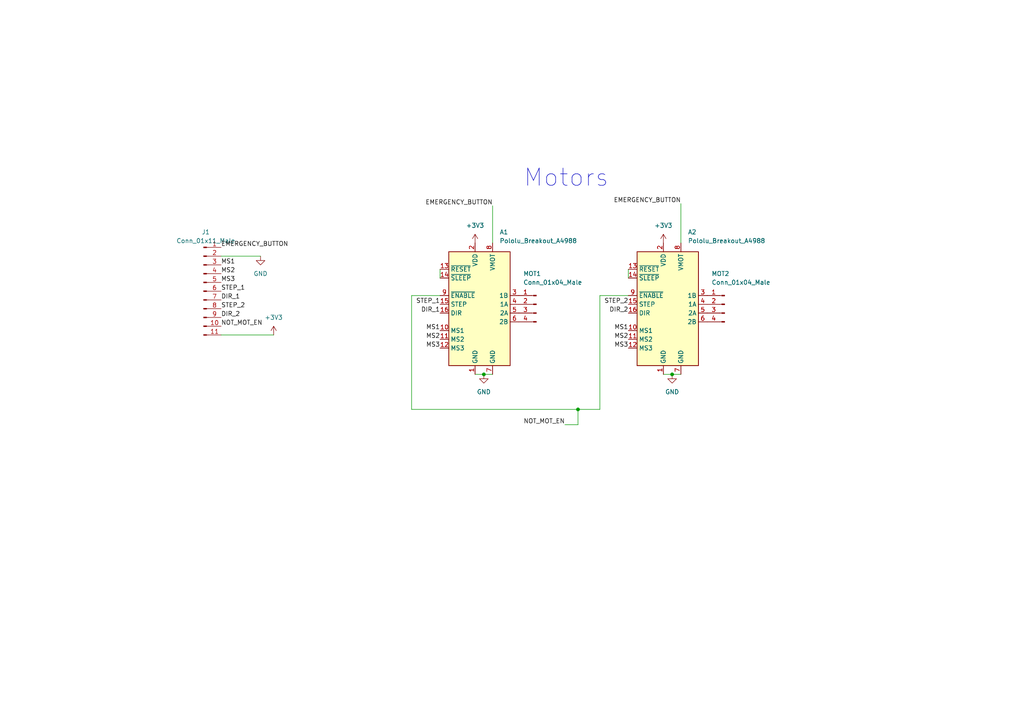
<source format=kicad_sch>
(kicad_sch (version 20230121) (generator eeschema)
  (paper "A4")
  (title_block (comment 1 "First version of stepper PAMI board (2023-10)"))
  (lib_symbols
    (symbol "Connector:Conn_01x04_Male" (pin_names (offset 1.016) hide)
      (property "Reference" "J" (at 0 5.08 0))
      (property "Value" "Conn_01x04_Male" (at 0 -7.62 0))
      (symbol "Conn_01x04_Male_1_1"
        (polyline (pts (xy 1.27 -5.08) (xy 0.8636 -5.08)) (stroke (width 0.1524)))
        (polyline (pts (xy 1.27 -2.54) (xy 0.8636 -2.54)) (stroke (width 0.1524)))
        (polyline (pts (xy 1.27 0) (xy 0.8636 0)) (stroke (width 0.1524)))
        (polyline (pts (xy 1.27 2.54) (xy 0.8636 2.54)) (stroke (width 0.1524)))
        (rectangle (start 0.8636 -4.953) (end 0 -5.207) (stroke (width 0.1524)) (fill (type outline)))
        (rectangle (start 0.8636 -2.413) (end 0 -2.667) (stroke (width 0.1524)) (fill (type outline)))
        (rectangle (start 0.8636 0.127) (end 0 -0.127) (stroke (width 0.1524)) (fill (type outline)))
        (rectangle (start 0.8636 2.667) (end 0 2.413) (stroke (width 0.1524)) (fill (type outline)))
        (pin passive line (at 5.08 2.54 180) (length 3.81) (name "Pin_1") (number "1"))
        (pin passive line (at 5.08 0 180) (length 3.81) (name "Pin_2") (number "2"))
        (pin passive line (at 5.08 -2.54 180) (length 3.81) (name "Pin_3") (number "3"))
        (pin passive line (at 5.08 -5.08 180) (length 3.81) (name "Pin_4") (number "4"))
      )
    )
    (symbol "Connector:Conn_01x11_Male" (pin_names (offset 1.016) hide)
      (property "Reference" "J" (at 0 15.24 0))
      (property "Value" "Conn_01x11_Male" (at 0 -15.24 0))
      (symbol "Conn_01x11_Male_1_1"
        (polyline (pts (xy 1.27 -12.7) (xy 0.8636 -12.7)) (stroke (width 0.1524)))
        (polyline (pts (xy 1.27 -10.16) (xy 0.8636 -10.16)) (stroke (width 0.1524)))
        (polyline (pts (xy 1.27 -7.62) (xy 0.8636 -7.62)) (stroke (width 0.1524)))
        (polyline (pts (xy 1.27 -5.08) (xy 0.8636 -5.08)) (stroke (width 0.1524)))
        (polyline (pts (xy 1.27 -2.54) (xy 0.8636 -2.54)) (stroke (width 0.1524)))
        (polyline (pts (xy 1.27 0) (xy 0.8636 0)) (stroke (width 0.1524)))
        (polyline (pts (xy 1.27 2.54) (xy 0.8636 2.54)) (stroke (width 0.1524)))
        (polyline (pts (xy 1.27 5.08) (xy 0.8636 5.08)) (stroke (width 0.1524)))
        (polyline (pts (xy 1.27 7.62) (xy 0.8636 7.62)) (stroke (width 0.1524)))
        (polyline (pts (xy 1.27 10.16) (xy 0.8636 10.16)) (stroke (width 0.1524)))
        (polyline (pts (xy 1.27 12.7) (xy 0.8636 12.7)) (stroke (width 0.1524)))
        (rectangle (start 0.8636 -12.573) (end 0 -12.827) (stroke (width 0.1524)) (fill (type outline)))
        (rectangle (start 0.8636 -10.033) (end 0 -10.287) (stroke (width 0.1524)) (fill (type outline)))
        (rectangle (start 0.8636 -7.493) (end 0 -7.747) (stroke (width 0.1524)) (fill (type outline)))
        (rectangle (start 0.8636 -4.953) (end 0 -5.207) (stroke (width 0.1524)) (fill (type outline)))
        (rectangle (start 0.8636 -2.413) (end 0 -2.667) (stroke (width 0.1524)) (fill (type outline)))
        (rectangle (start 0.8636 0.127) (end 0 -0.127) (stroke (width 0.1524)) (fill (type outline)))
        (rectangle (start 0.8636 2.667) (end 0 2.413) (stroke (width 0.1524)) (fill (type outline)))
        (rectangle (start 0.8636 5.207) (end 0 4.953) (stroke (width 0.1524)) (fill (type outline)))
        (rectangle (start 0.8636 7.747) (end 0 7.493) (stroke (width 0.1524)) (fill (type outline)))
        (rectangle (start 0.8636 10.287) (end 0 10.033) (stroke (width 0.1524)) (fill (type outline)))
        (rectangle (start 0.8636 12.827) (end 0 12.573) (stroke (width 0.1524)) (fill (type outline)))
        (pin passive line (at 5.08 12.7 180) (length 3.81) (name "Pin_1") (number "1"))
        (pin passive line (at 5.08 -10.16 180) (length 3.81) (name "Pin_10") (number "10"))
        (pin passive line (at 5.08 -12.7 180) (length 3.81) (name "Pin_11") (number "11"))
        (pin passive line (at 5.08 10.16 180) (length 3.81) (name "Pin_2") (number "2"))
        (pin passive line (at 5.08 7.62 180) (length 3.81) (name "Pin_3") (number "3"))
        (pin passive line (at 5.08 5.08 180) (length 3.81) (name "Pin_4") (number "4"))
        (pin passive line (at 5.08 2.54 180) (length 3.81) (name "Pin_5") (number "5"))
        (pin passive line (at 5.08 0 180) (length 3.81) (name "Pin_6") (number "6"))
        (pin passive line (at 5.08 -2.54 180) (length 3.81) (name "Pin_7") (number "7"))
        (pin passive line (at 5.08 -5.08 180) (length 3.81) (name "Pin_8") (number "8"))
        (pin passive line (at 5.08 -7.62 180) (length 3.81) (name "Pin_9") (number "9"))
      )
    )
    (symbol "Driver_Motor:Pololu_Breakout_A4988"
      (property "Reference" "A" (at -2.54 19.05 0))
      (property "Value" "Pololu_Breakout_A4988" (at -2.54 16.51 0))
      (symbol "Pololu_Breakout_A4988_0_1"
        (rectangle (start 10.16 -17.78) (end -7.62 15.24) (stroke (width 0.254)) (fill (type background)))
      )
      (symbol "Pololu_Breakout_A4988_1_1"
        (pin power_in line (at 0 -20.32 90) (length 2.54) (name "GND") (number "1"))
        (pin input line (at -10.16 -7.62 0) (length 2.54) (name "MS1") (number "10"))
        (pin input line (at -10.16 -10.16 0) (length 2.54) (name "MS2") (number "11"))
        (pin input line (at -10.16 -12.7 0) (length 2.54) (name "MS3") (number "12"))
        (pin input line (at -10.16 10.16 0) (length 2.54) (name "~{RESET}") (number "13"))
        (pin input line (at -10.16 7.62 0) (length 2.54) (name "~{SLEEP}") (number "14"))
        (pin input line (at -10.16 0 0) (length 2.54) (name "STEP") (number "15"))
        (pin input line (at -10.16 -2.54 0) (length 2.54) (name "DIR") (number "16"))
        (pin power_in line (at 0 17.78 270) (length 2.54) (name "VDD") (number "2"))
        (pin output line (at 12.7 2.54 180) (length 2.54) (name "1B") (number "3"))
        (pin output line (at 12.7 0 180) (length 2.54) (name "1A") (number "4"))
        (pin output line (at 12.7 -2.54 180) (length 2.54) (name "2A") (number "5"))
        (pin output line (at 12.7 -5.08 180) (length 2.54) (name "2B") (number "6"))
        (pin power_in line (at 5.08 -20.32 90) (length 2.54) (name "GND") (number "7"))
        (pin power_in line (at 5.08 17.78 270) (length 2.54) (name "VMOT") (number "8"))
        (pin input line (at -10.16 2.54 0) (length 2.54) (name "~{ENABLE}") (number "9"))
      )
    )
    (symbol "power:+3V3" (power) (pin_names (offset 0))
      (property "Value" "+3V3" (at 0 3.556 0))
      (symbol "+3V3_0_1"
        (polyline (pts (xy -0.762 1.27) (xy 0 2.54)))
        (polyline (pts (xy 0 0) (xy 0 2.54)))
        (polyline (pts (xy 0 2.54) (xy 0.762 1.27)))
      )
      (symbol "+3V3_1_1"
        (pin power_in line (at 0 0 90) (length 0) hide (name "+3V3") (number "1"))
      )
    )
    (symbol "power:GND" (power) (pin_names (offset 0))
      (property "Value" "GND" (at 0 -3.81 0))
      (symbol "GND_0_1"
        (polyline (pts (xy 0 0) (xy 0 -1.27) (xy 1.27 -1.27) (xy 0 -2.54) (xy -1.27 -1.27) (xy 0 -1.27)))
      )
      (symbol "GND_1_1"
        (pin power_in line (at 0 0 270) (length 0) hide (name "GND") (number "1"))
      )
    )
  )
  (junction (at 140.335 108.585))
  (junction (at 167.64 118.745))
  (junction (at 194.945 108.585))
  (wire (pts (xy 64.135 97.155) (xy 79.375 97.155)))
  (wire (pts (xy 173.99 85.725) (xy 173.99 118.745)))
  (wire (pts (xy 182.245 80.645) (xy 182.245 78.105)))
  (wire (pts (xy 127.635 85.725) (xy 119.38 85.725)))
  (wire (pts (xy 64.135 74.295) (xy 75.565 74.295)))
  (wire (pts (xy 140.335 108.585) (xy 142.875 108.585)))
  (wire (pts (xy 173.99 118.745) (xy 167.64 118.745)))
  (wire (pts (xy 127.635 80.645) (xy 127.635 78.105)))
  (wire (pts (xy 182.245 85.725) (xy 173.99 85.725)))
  (wire (pts (xy 119.38 85.725) (xy 119.38 118.745)))
  (wire (pts (xy 163.83 123.19) (xy 167.64 123.19)))
  (wire (pts (xy 192.405 108.585) (xy 194.945 108.585)))
  (wire (pts (xy 167.64 118.745) (xy 167.64 123.19)))
  (wire (pts (xy 119.38 118.745) (xy 167.64 118.745)))
  (wire (pts (xy 197.485 59.055) (xy 197.485 70.485)))
  (wire (pts (xy 194.945 108.585) (xy 197.485 108.585)))
  (wire (pts (xy 137.795 108.585) (xy 140.335 108.585)))
  (wire (pts (xy 142.875 59.69) (xy 142.875 70.485)))
  (text "Motors" (at 151.765 54.61 0) (effects (font (size 5 5)) (justify left bottom)))
  (label "DIR_2" (at 64.135 92.075 0))
  (label "DIR_1" (at 64.135 86.995 0))
  (label "MS1" (at 182.245 95.885 180))
  (label "EMERGENCY_BUTTON" (at 197.485 59.055 180))
  (label "MS3" (at 182.245 100.965 180))
  (label "NOT_MOT_EN" (at 64.135 94.615 0))
  (label "MS1" (at 64.135 76.835 0))
  (label "MS2" (at 64.135 79.375 0))
  (label "EMERGENCY_BUTTON" (at 64.135 71.755 0))
  (label "STEP_2" (at 64.135 89.535 0))
  (label "EMERGENCY_BUTTON" (at 142.875 59.69 180))
  (label "DIR_2" (at 182.245 90.805 180))
  (label "MS1" (at 127.635 95.885 180))
  (label "MS3" (at 127.635 100.965 180))
  (label "MS2" (at 182.245 98.425 180))
  (label "MS2" (at 127.635 98.425 180))
  (label "NOT_MOT_EN" (at 163.83 123.19 180))
  (label "DIR_1" (at 127.635 90.805 180))
  (label "STEP_2" (at 182.245 88.265 180))
  (label "STEP_1" (at 127.635 88.265 180))
  (label "MS3" (at 64.135 81.915 0))
  (label "STEP_1" (at 64.135 84.455 0))
  (symbol (lib_id "Connector:Conn_01x04_Male") (at 155.575 88.265 0) (mirror y) (unit 1)
    (property "Reference" "MOT1" (at 151.765 79.375 0) (effects (justify right)))
    (property "Value" "Conn_01x04_Male" (at 151.765 81.915 0) (effects (justify right)))
    (property "Footprint" "Connector_PinHeader_2.54mm:PinHeader_1x04_P2.54mm_Vertical" (effects hide))
  )
  (symbol (lib_id "power:GND") (at 140.335 108.585 0) (unit 1)
    (property "Reference" "#PWR02" (effects hide))
    (property "Value" "GND" (at 140.335 113.665 0))
  )
  (symbol (lib_id "Driver_Motor:Pololu_Breakout_A4988") (at 137.795 88.265 0) (unit 1)
    (property "Reference" "A1" (at 144.8944 67.31 0) (effects (justify left)))
    (property "Value" "Pololu_Breakout_A4988" (at 144.8944 69.85 0) (effects (justify left)))
    (property "Footprint" "Module:Pololu_Breakout-16_15.2x20.3mm" (effects hide))
    (property "Datasheet" "https://www.pololu.com/product/2980/pictures" (effects hide))
  )
  (symbol (lib_id "Driver_Motor:Pololu_Breakout_A4988") (at 192.405 88.265 0) (unit 1)
    (property "Reference" "A2" (at 199.5044 67.31 0) (effects (justify left)))
    (property "Value" "Pololu_Breakout_A4988" (at 199.5044 69.85 0) (effects (justify left)))
    (property "Footprint" "Module:Pololu_Breakout-16_15.2x20.3mm" (effects hide))
    (property "Datasheet" "https://www.pololu.com/product/2980/pictures" (effects hide))
  )
  (symbol (lib_id "Connector:Conn_01x11_Male") (at 59.055 84.455 0) (unit 1)
    (property "Reference" "J1" (at 59.69 67.31 0))
    (property "Value" "Conn_01x11_Male" (at 59.69 69.85 0))
    (property "Footprint" "Connector_PinSocket_2.54mm:PinSocket_1x11_P2.54mm_Vertical" (effects hide))
  )
  (symbol (lib_id "Connector:Conn_01x04_Male") (at 210.185 88.265 0) (mirror y) (unit 1)
    (property "Reference" "MOT2" (at 206.375 79.375 0) (effects (justify right)))
    (property "Value" "Conn_01x04_Male" (at 206.375 81.915 0) (effects (justify right)))
    (property "Footprint" "Connector_PinHeader_2.54mm:PinHeader_1x04_P2.54mm_Vertical" (effects hide))
  )
  (symbol (lib_id "power:+3V3") (at 192.405 70.485 0) (unit 1)
    (property "Reference" "#PWR04" (effects hide))
    (property "Value" "+3V3" (at 192.405 65.405 0))
  )
  (symbol (lib_id "power:+3V3") (at 79.375 97.155 0) (unit 1)
    (property "Reference" "#PWR06" (effects hide))
    (property "Value" "+3V3" (at 79.375 92.075 0))
  )
  (symbol (lib_id "power:GND") (at 194.945 108.585 0) (unit 1)
    (property "Reference" "#PWR05" (effects hide))
    (property "Value" "GND" (at 194.945 113.665 0))
  )
  (symbol (lib_id "power:GND") (at 75.565 74.295 0) (unit 1)
    (property "Reference" "#PWR03" (effects hide))
    (property "Value" "GND" (at 75.565 79.375 0))
  )
  (symbol (lib_id "power:+3V3") (at 137.795 70.485 0) (unit 1)
    (property "Reference" "#PWR01" (effects hide))
    (property "Value" "+3V3" (at 137.795 65.405 0))
  )
)
</source>
